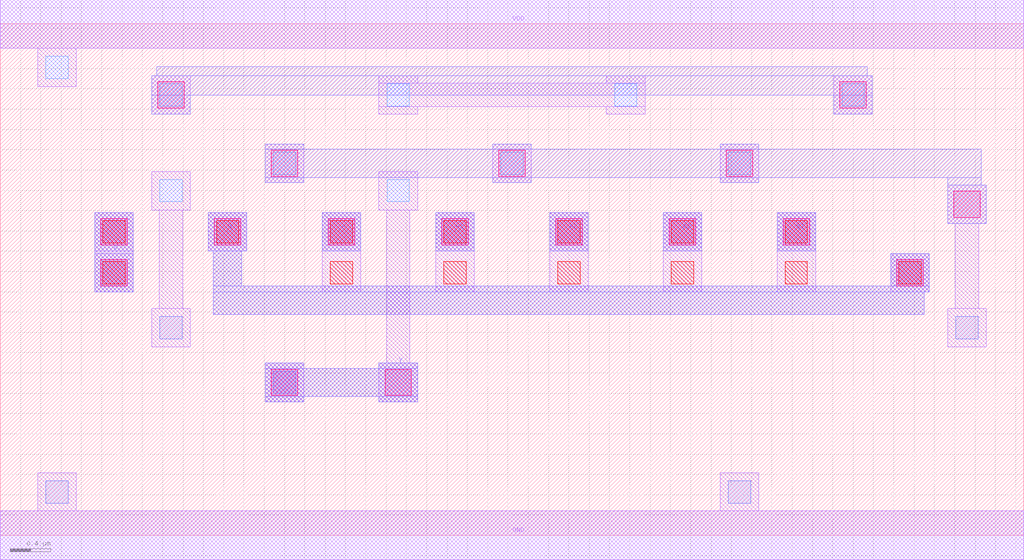
<source format=lef>
MACRO AAOI421
 CLASS CORE ;
 FOREIGN AAOI421 0 0 ;
 SIZE 10.08 BY 5.04 ;
 ORIGIN 0 0 ;
 SYMMETRY X Y R90 ;
 SITE unit ;
  PIN VDD
   DIRECTION INOUT ;
   USE POWER ;
   SHAPE ABUTMENT ;
    PORT
     CLASS CORE ;
       LAYER met1 ;
        RECT 0.00000000 4.80000000 10.08000000 5.28000000 ;
    END
  END VDD

  PIN GND
   DIRECTION INOUT ;
   USE POWER ;
   SHAPE ABUTMENT ;
    PORT
     CLASS CORE ;
       LAYER met1 ;
        RECT 0.00000000 -0.24000000 10.08000000 0.24000000 ;
    END
  END GND

  PIN Y
   DIRECTION INOUT ;
   USE SIGNAL ;
   SHAPE ABUTMENT ;
    PORT
     CLASS CORE ;
       LAYER met2 ;
        RECT 2.61000000 1.31700000 2.99000000 1.36700000 ;
        RECT 3.73000000 1.31700000 4.11000000 1.36700000 ;
        RECT 2.61000000 1.36700000 4.11000000 1.64700000 ;
        RECT 2.61000000 1.64700000 2.99000000 1.69700000 ;
        RECT 3.73000000 1.64700000 4.11000000 1.69700000 ;
    END
  END Y

  PIN A
   DIRECTION INOUT ;
   USE SIGNAL ;
   SHAPE ABUTMENT ;
    PORT
     CLASS CORE ;
       LAYER met2 ;
        RECT 3.17000000 2.80200000 3.55000000 3.18200000 ;
    END
  END A

  PIN A3
   DIRECTION INOUT ;
   USE SIGNAL ;
   SHAPE ABUTMENT ;
    PORT
     CLASS CORE ;
       LAYER met2 ;
        RECT 6.53000000 2.80200000 6.91000000 3.18200000 ;
    END
  END A3

  PIN C
   DIRECTION INOUT ;
   USE SIGNAL ;
   SHAPE ABUTMENT ;
    PORT
     CLASS CORE ;
       LAYER met2 ;
        RECT 0.93000000 2.39700000 1.31000000 3.18200000 ;
    END
  END C

  PIN A2
   DIRECTION INOUT ;
   USE SIGNAL ;
   SHAPE ABUTMENT ;
    PORT
     CLASS CORE ;
       LAYER met2 ;
        RECT 5.41000000 2.80200000 5.79000000 3.18200000 ;
    END
  END A2

  PIN A1
   DIRECTION INOUT ;
   USE SIGNAL ;
   SHAPE ABUTMENT ;
    PORT
     CLASS CORE ;
       LAYER met2 ;
        RECT 4.29000000 2.80200000 4.67000000 3.18200000 ;
    END
  END A1

  PIN B1
   DIRECTION INOUT ;
   USE SIGNAL ;
   SHAPE ABUTMENT ;
    PORT
     CLASS CORE ;
       LAYER met2 ;
        RECT 7.65000000 2.80200000 8.03000000 3.18200000 ;
    END
  END B1

  PIN B
   DIRECTION INOUT ;
   USE SIGNAL ;
   SHAPE ABUTMENT ;
    PORT
     CLASS CORE ;
       LAYER met2 ;
        RECT 2.10000000 2.17700000 9.10000000 2.39700000 ;
        RECT 2.10000000 2.39700000 9.15000000 2.45700000 ;
        RECT 8.77000000 2.45700000 9.15000000 2.77700000 ;
        RECT 2.10000000 2.45700000 2.38000000 2.80200000 ;
        RECT 2.05000000 2.80200000 2.43000000 3.18200000 ;
    END
  END B

 OBS
    LAYER polycont ;
     RECT 1.01000000 2.47700000 1.23000000 2.69700000 ;
     RECT 3.25000000 2.47700000 3.47000000 2.69700000 ;
     RECT 4.37000000 2.47700000 4.59000000 2.69700000 ;
     RECT 5.49000000 2.47700000 5.71000000 2.69700000 ;
     RECT 6.61000000 2.47700000 6.83000000 2.69700000 ;
     RECT 7.73000000 2.47700000 7.95000000 2.69700000 ;
     RECT 8.85000000 2.47700000 9.07000000 2.69700000 ;
     RECT 1.01000000 2.88200000 1.23000000 3.10200000 ;
     RECT 2.13000000 2.88200000 2.35000000 3.10200000 ;
     RECT 3.25000000 2.88200000 3.47000000 3.10200000 ;
     RECT 4.37000000 2.88200000 4.59000000 3.10200000 ;
     RECT 5.49000000 2.88200000 5.71000000 3.10200000 ;
     RECT 6.61000000 2.88200000 6.83000000 3.10200000 ;
     RECT 7.73000000 2.88200000 7.95000000 3.10200000 ;

    LAYER pdiffc ;
     RECT 1.57000000 3.28700000 1.79000000 3.50700000 ;
     RECT 3.81000000 3.28700000 4.03000000 3.50700000 ;
     RECT 2.69000000 3.55700000 2.91000000 3.77700000 ;
     RECT 4.93000000 3.55700000 5.15000000 3.77700000 ;
     RECT 7.17000000 3.55700000 7.39000000 3.77700000 ;
     RECT 1.57000000 4.23200000 1.79000000 4.45200000 ;
     RECT 3.81000000 4.23200000 4.03000000 4.45200000 ;
     RECT 6.05000000 4.23200000 6.27000000 4.45200000 ;
     RECT 8.29000000 4.23200000 8.51000000 4.45200000 ;
     RECT 0.45000000 4.50200000 0.67000000 4.72200000 ;

    LAYER ndiffc ;
     RECT 0.45000000 0.31700000 0.67000000 0.53700000 ;
     RECT 7.17000000 0.31700000 7.39000000 0.53700000 ;
     RECT 2.69000000 1.39700000 2.91000000 1.61700000 ;
     RECT 1.57000000 1.93700000 1.79000000 2.15700000 ;
     RECT 9.41000000 1.93700000 9.63000000 2.15700000 ;

    LAYER met1 ;
     RECT 0.00000000 -0.24000000 10.08000000 0.24000000 ;
     RECT 0.37000000 0.24000000 0.75000000 0.61700000 ;
     RECT 7.09000000 0.24000000 7.47000000 0.61700000 ;
     RECT 2.61000000 1.31700000 2.99000000 1.69700000 ;
     RECT 0.93000000 2.39700000 1.31000000 2.77700000 ;
     RECT 8.77000000 2.39700000 9.15000000 2.77700000 ;
     RECT 0.93000000 2.80200000 1.31000000 3.18200000 ;
     RECT 2.05000000 2.80200000 2.43000000 3.18200000 ;
     RECT 3.17000000 2.39700000 3.55000000 3.18200000 ;
     RECT 4.29000000 2.39700000 4.67000000 3.18200000 ;
     RECT 5.41000000 2.39700000 5.79000000 3.18200000 ;
     RECT 6.53000000 2.39700000 6.91000000 3.18200000 ;
     RECT 7.65000000 2.39700000 8.03000000 3.18200000 ;
     RECT 9.33000000 1.85700000 9.71000000 2.23700000 ;
     RECT 9.40500000 2.23700000 9.63500000 3.07200000 ;
     RECT 9.33000000 3.07200000 9.71000000 3.45200000 ;
     RECT 1.49000000 1.85700000 1.87000000 2.23700000 ;
     RECT 1.56500000 2.23700000 1.79500000 3.20700000 ;
     RECT 1.49000000 3.20700000 1.87000000 3.58700000 ;
     RECT 3.73000000 1.31700000 4.11000000 1.69700000 ;
     RECT 3.80500000 1.69700000 4.03500000 3.20700000 ;
     RECT 3.73000000 3.20700000 4.11000000 3.58700000 ;
     RECT 2.61000000 3.47700000 2.99000000 3.85700000 ;
     RECT 4.85000000 3.47700000 5.23000000 3.85700000 ;
     RECT 7.09000000 3.47700000 7.47000000 3.85700000 ;
     RECT 1.49000000 4.15200000 1.87000000 4.53200000 ;
     RECT 3.73000000 4.15200000 4.11000000 4.22700000 ;
     RECT 5.97000000 4.15200000 6.35000000 4.22700000 ;
     RECT 3.73000000 4.22700000 6.35000000 4.45700000 ;
     RECT 3.73000000 4.45700000 4.11000000 4.53200000 ;
     RECT 5.97000000 4.45700000 6.35000000 4.53200000 ;
     RECT 8.21000000 4.15200000 8.59000000 4.53200000 ;
     RECT 0.37000000 4.42200000 0.75000000 4.80000000 ;
     RECT 0.00000000 4.80000000 10.08000000 5.28000000 ;

    LAYER via1 ;
     RECT 2.67000000 1.37700000 2.93000000 1.63700000 ;
     RECT 3.79000000 1.37700000 4.05000000 1.63700000 ;
     RECT 0.99000000 2.45700000 1.25000000 2.71700000 ;
     RECT 8.83000000 2.45700000 9.09000000 2.71700000 ;
     RECT 0.99000000 2.86200000 1.25000000 3.12200000 ;
     RECT 2.11000000 2.86200000 2.37000000 3.12200000 ;
     RECT 3.23000000 2.86200000 3.49000000 3.12200000 ;
     RECT 4.35000000 2.86200000 4.61000000 3.12200000 ;
     RECT 5.47000000 2.86200000 5.73000000 3.12200000 ;
     RECT 6.59000000 2.86200000 6.85000000 3.12200000 ;
     RECT 7.71000000 2.86200000 7.97000000 3.12200000 ;
     RECT 9.39000000 3.13200000 9.65000000 3.39200000 ;
     RECT 2.67000000 3.53700000 2.93000000 3.79700000 ;
     RECT 4.91000000 3.53700000 5.17000000 3.79700000 ;
     RECT 7.15000000 3.53700000 7.41000000 3.79700000 ;
     RECT 1.55000000 4.21200000 1.81000000 4.47200000 ;
     RECT 8.27000000 4.21200000 8.53000000 4.47200000 ;

    LAYER met2 ;
     RECT 2.61000000 1.31700000 2.99000000 1.36700000 ;
     RECT 3.73000000 1.31700000 4.11000000 1.36700000 ;
     RECT 2.61000000 1.36700000 4.11000000 1.64700000 ;
     RECT 2.61000000 1.64700000 2.99000000 1.69700000 ;
     RECT 3.73000000 1.64700000 4.11000000 1.69700000 ;
     RECT 0.93000000 2.39700000 1.31000000 3.18200000 ;
     RECT 2.10000000 2.17700000 9.10000000 2.39700000 ;
     RECT 2.10000000 2.39700000 9.15000000 2.45700000 ;
     RECT 8.77000000 2.45700000 9.15000000 2.77700000 ;
     RECT 2.10000000 2.45700000 2.38000000 2.80200000 ;
     RECT 2.05000000 2.80200000 2.43000000 3.18200000 ;
     RECT 3.17000000 2.80200000 3.55000000 3.18200000 ;
     RECT 4.29000000 2.80200000 4.67000000 3.18200000 ;
     RECT 5.41000000 2.80200000 5.79000000 3.18200000 ;
     RECT 6.53000000 2.80200000 6.91000000 3.18200000 ;
     RECT 7.65000000 2.80200000 8.03000000 3.18200000 ;
     RECT 9.33000000 3.07200000 9.71000000 3.45200000 ;
     RECT 2.61000000 3.47700000 2.99000000 3.52700000 ;
     RECT 4.85000000 3.47700000 5.23000000 3.52700000 ;
     RECT 7.09000000 3.47700000 7.47000000 3.52700000 ;
     RECT 9.33000000 3.45200000 9.66000000 3.52700000 ;
     RECT 2.61000000 3.52700000 9.66000000 3.80700000 ;
     RECT 2.61000000 3.80700000 2.99000000 3.85700000 ;
     RECT 4.85000000 3.80700000 5.23000000 3.85700000 ;
     RECT 7.09000000 3.80700000 7.47000000 3.85700000 ;
     RECT 1.49000000 4.15200000 1.87000000 4.33700000 ;
     RECT 8.21000000 4.15200000 8.59000000 4.33700000 ;
     RECT 1.49000000 4.33700000 8.59000000 4.53200000 ;
     RECT 1.54000000 4.53200000 8.54000000 4.61700000 ;

 END
END AAOI421

</source>
